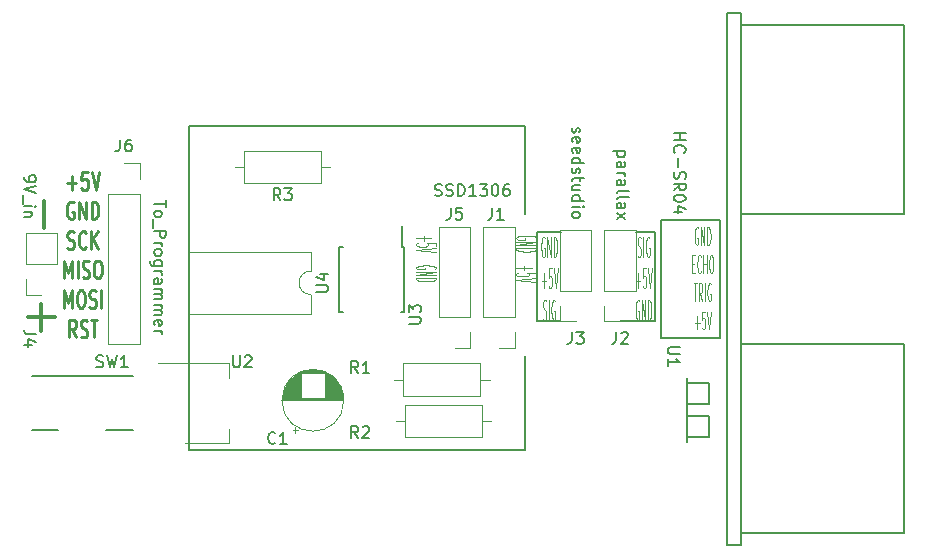
<source format=gbr>
%TF.GenerationSoftware,KiCad,Pcbnew,(5.1.9-0-10_14)*%
%TF.CreationDate,2021-08-17T09:45:53+08:00*%
%TF.ProjectId,arduino_oled_sonic,61726475-696e-46f5-9f6f-6c65645f736f,rev?*%
%TF.SameCoordinates,Original*%
%TF.FileFunction,Legend,Top*%
%TF.FilePolarity,Positive*%
%FSLAX46Y46*%
G04 Gerber Fmt 4.6, Leading zero omitted, Abs format (unit mm)*
G04 Created by KiCad (PCBNEW (5.1.9-0-10_14)) date 2021-08-17 09:45:53*
%MOMM*%
%LPD*%
G01*
G04 APERTURE LIST*
%ADD10C,0.150000*%
%ADD11C,0.125000*%
%ADD12C,0.300000*%
%ADD13C,0.250000*%
%ADD14C,0.120000*%
%ADD15C,0.127000*%
G04 APERTURE END LIST*
D10*
X162998000Y-104865000D02*
X162998000Y-112865000D01*
D11*
X154376571Y-94722142D02*
X154376571Y-95103095D01*
X153728952Y-94912619D02*
X155024190Y-94912619D01*
X155428952Y-95579285D02*
X155428952Y-95341190D01*
X154619428Y-95317380D01*
X154700380Y-95341190D01*
X154781333Y-95388809D01*
X154781333Y-95507857D01*
X154700380Y-95555476D01*
X154619428Y-95579285D01*
X154457523Y-95603095D01*
X154052761Y-95603095D01*
X153890857Y-95579285D01*
X153809904Y-95555476D01*
X153728952Y-95507857D01*
X153728952Y-95388809D01*
X153809904Y-95341190D01*
X153890857Y-95317380D01*
X155428952Y-95745952D02*
X153728952Y-95912619D01*
X155428952Y-96079285D01*
X155348000Y-97484047D02*
X155428952Y-97436428D01*
X155428952Y-97365000D01*
X155348000Y-97293571D01*
X155186095Y-97245952D01*
X155024190Y-97222142D01*
X154700380Y-97198333D01*
X154457523Y-97198333D01*
X154133714Y-97222142D01*
X153971809Y-97245952D01*
X153809904Y-97293571D01*
X153728952Y-97365000D01*
X153728952Y-97412619D01*
X153809904Y-97484047D01*
X153890857Y-97507857D01*
X154457523Y-97507857D01*
X154457523Y-97412619D01*
X153728952Y-97722142D02*
X155428952Y-97722142D01*
X153728952Y-98007857D01*
X155428952Y-98007857D01*
X153728952Y-98245952D02*
X155428952Y-98245952D01*
X155428952Y-98365000D01*
X155348000Y-98436428D01*
X155186095Y-98484047D01*
X155024190Y-98507857D01*
X154700380Y-98531666D01*
X154457523Y-98531666D01*
X154133714Y-98507857D01*
X153971809Y-98484047D01*
X153809904Y-98436428D01*
X153728952Y-98365000D01*
X153728952Y-98245952D01*
X162876571Y-97222142D02*
X162876571Y-97603095D01*
X162228952Y-97412619D02*
X163524190Y-97412619D01*
X163928952Y-98079285D02*
X163928952Y-97841190D01*
X163119428Y-97817380D01*
X163200380Y-97841190D01*
X163281333Y-97888809D01*
X163281333Y-98007857D01*
X163200380Y-98055476D01*
X163119428Y-98079285D01*
X162957523Y-98103095D01*
X162552761Y-98103095D01*
X162390857Y-98079285D01*
X162309904Y-98055476D01*
X162228952Y-98007857D01*
X162228952Y-97888809D01*
X162309904Y-97841190D01*
X162390857Y-97817380D01*
X163928952Y-98245952D02*
X162228952Y-98412619D01*
X163928952Y-98579285D01*
X163848000Y-94984047D02*
X163928952Y-94936428D01*
X163928952Y-94865000D01*
X163848000Y-94793571D01*
X163686095Y-94745952D01*
X163524190Y-94722142D01*
X163200380Y-94698333D01*
X162957523Y-94698333D01*
X162633714Y-94722142D01*
X162471809Y-94745952D01*
X162309904Y-94793571D01*
X162228952Y-94865000D01*
X162228952Y-94912619D01*
X162309904Y-94984047D01*
X162390857Y-95007857D01*
X162957523Y-95007857D01*
X162957523Y-94912619D01*
X162228952Y-95222142D02*
X163928952Y-95222142D01*
X162228952Y-95507857D01*
X163928952Y-95507857D01*
X162228952Y-95745952D02*
X163928952Y-95745952D01*
X163928952Y-95865000D01*
X163848000Y-95936428D01*
X163686095Y-95984047D01*
X163524190Y-96007857D01*
X163200380Y-96031666D01*
X162957523Y-96031666D01*
X162633714Y-96007857D01*
X162471809Y-95984047D01*
X162309904Y-95936428D01*
X162228952Y-95865000D01*
X162228952Y-95745952D01*
D10*
X174498000Y-103365000D02*
X174498000Y-93365000D01*
X179498000Y-103365000D02*
X174498000Y-103365000D01*
X179498000Y-93365000D02*
X179498000Y-103365000D01*
X174498000Y-93365000D02*
X179498000Y-93365000D01*
X163998000Y-101865000D02*
X165918000Y-101865000D01*
X163998000Y-94365000D02*
X163998000Y-101865000D01*
X165998000Y-94365000D02*
X163998000Y-94365000D01*
X173998000Y-94365000D02*
X172328000Y-94365000D01*
X173998000Y-101945000D02*
X173998000Y-94365000D01*
X170998000Y-101945000D02*
X173998000Y-101945000D01*
D11*
X164617047Y-94840000D02*
X164569428Y-94759047D01*
X164498000Y-94759047D01*
X164426571Y-94840000D01*
X164378952Y-95001904D01*
X164355142Y-95163809D01*
X164331333Y-95487619D01*
X164331333Y-95730476D01*
X164355142Y-96054285D01*
X164378952Y-96216190D01*
X164426571Y-96378095D01*
X164498000Y-96459047D01*
X164545619Y-96459047D01*
X164617047Y-96378095D01*
X164640857Y-96297142D01*
X164640857Y-95730476D01*
X164545619Y-95730476D01*
X164855142Y-96459047D02*
X164855142Y-94759047D01*
X165140857Y-96459047D01*
X165140857Y-94759047D01*
X165378952Y-96459047D02*
X165378952Y-94759047D01*
X165498000Y-94759047D01*
X165569428Y-94840000D01*
X165617047Y-95001904D01*
X165640857Y-95163809D01*
X165664666Y-95487619D01*
X165664666Y-95730476D01*
X165640857Y-96054285D01*
X165617047Y-96216190D01*
X165569428Y-96378095D01*
X165498000Y-96459047D01*
X165378952Y-96459047D01*
X164355142Y-98486428D02*
X164736095Y-98486428D01*
X164545619Y-99134047D02*
X164545619Y-97838809D01*
X165212285Y-97434047D02*
X164974190Y-97434047D01*
X164950380Y-98243571D01*
X164974190Y-98162619D01*
X165021809Y-98081666D01*
X165140857Y-98081666D01*
X165188476Y-98162619D01*
X165212285Y-98243571D01*
X165236095Y-98405476D01*
X165236095Y-98810238D01*
X165212285Y-98972142D01*
X165188476Y-99053095D01*
X165140857Y-99134047D01*
X165021809Y-99134047D01*
X164974190Y-99053095D01*
X164950380Y-98972142D01*
X165378952Y-97434047D02*
X165545619Y-99134047D01*
X165712285Y-97434047D01*
X164486095Y-101728095D02*
X164557523Y-101809047D01*
X164676571Y-101809047D01*
X164724190Y-101728095D01*
X164748000Y-101647142D01*
X164771809Y-101485238D01*
X164771809Y-101323333D01*
X164748000Y-101161428D01*
X164724190Y-101080476D01*
X164676571Y-100999523D01*
X164581333Y-100918571D01*
X164533714Y-100837619D01*
X164509904Y-100756666D01*
X164486095Y-100594761D01*
X164486095Y-100432857D01*
X164509904Y-100270952D01*
X164533714Y-100190000D01*
X164581333Y-100109047D01*
X164700380Y-100109047D01*
X164771809Y-100190000D01*
X164986095Y-101809047D02*
X164986095Y-100109047D01*
X165486095Y-100190000D02*
X165438476Y-100109047D01*
X165367047Y-100109047D01*
X165295619Y-100190000D01*
X165248000Y-100351904D01*
X165224190Y-100513809D01*
X165200380Y-100837619D01*
X165200380Y-101080476D01*
X165224190Y-101404285D01*
X165248000Y-101566190D01*
X165295619Y-101728095D01*
X165367047Y-101809047D01*
X165414666Y-101809047D01*
X165486095Y-101728095D01*
X165509904Y-101647142D01*
X165509904Y-101080476D01*
X165414666Y-101080476D01*
X172486095Y-96378095D02*
X172557523Y-96459047D01*
X172676571Y-96459047D01*
X172724190Y-96378095D01*
X172748000Y-96297142D01*
X172771809Y-96135238D01*
X172771809Y-95973333D01*
X172748000Y-95811428D01*
X172724190Y-95730476D01*
X172676571Y-95649523D01*
X172581333Y-95568571D01*
X172533714Y-95487619D01*
X172509904Y-95406666D01*
X172486095Y-95244761D01*
X172486095Y-95082857D01*
X172509904Y-94920952D01*
X172533714Y-94840000D01*
X172581333Y-94759047D01*
X172700380Y-94759047D01*
X172771809Y-94840000D01*
X172986095Y-96459047D02*
X172986095Y-94759047D01*
X173486095Y-94840000D02*
X173438476Y-94759047D01*
X173367047Y-94759047D01*
X173295619Y-94840000D01*
X173248000Y-95001904D01*
X173224190Y-95163809D01*
X173200380Y-95487619D01*
X173200380Y-95730476D01*
X173224190Y-96054285D01*
X173248000Y-96216190D01*
X173295619Y-96378095D01*
X173367047Y-96459047D01*
X173414666Y-96459047D01*
X173486095Y-96378095D01*
X173509904Y-96297142D01*
X173509904Y-95730476D01*
X173414666Y-95730476D01*
X172355142Y-98486428D02*
X172736095Y-98486428D01*
X172545619Y-99134047D02*
X172545619Y-97838809D01*
X173212285Y-97434047D02*
X172974190Y-97434047D01*
X172950380Y-98243571D01*
X172974190Y-98162619D01*
X173021809Y-98081666D01*
X173140857Y-98081666D01*
X173188476Y-98162619D01*
X173212285Y-98243571D01*
X173236095Y-98405476D01*
X173236095Y-98810238D01*
X173212285Y-98972142D01*
X173188476Y-99053095D01*
X173140857Y-99134047D01*
X173021809Y-99134047D01*
X172974190Y-99053095D01*
X172950380Y-98972142D01*
X173378952Y-97434047D02*
X173545619Y-99134047D01*
X173712285Y-97434047D01*
X172617047Y-100190000D02*
X172569428Y-100109047D01*
X172498000Y-100109047D01*
X172426571Y-100190000D01*
X172378952Y-100351904D01*
X172355142Y-100513809D01*
X172331333Y-100837619D01*
X172331333Y-101080476D01*
X172355142Y-101404285D01*
X172378952Y-101566190D01*
X172426571Y-101728095D01*
X172498000Y-101809047D01*
X172545619Y-101809047D01*
X172617047Y-101728095D01*
X172640857Y-101647142D01*
X172640857Y-101080476D01*
X172545619Y-101080476D01*
X172855142Y-101809047D02*
X172855142Y-100109047D01*
X173140857Y-101809047D01*
X173140857Y-100109047D01*
X173378952Y-101809047D02*
X173378952Y-100109047D01*
X173498000Y-100109047D01*
X173569428Y-100190000D01*
X173617047Y-100351904D01*
X173640857Y-100513809D01*
X173664666Y-100837619D01*
X173664666Y-101080476D01*
X173640857Y-101404285D01*
X173617047Y-101566190D01*
X173569428Y-101728095D01*
X173498000Y-101809047D01*
X173378952Y-101809047D01*
X177617047Y-94052500D02*
X177569428Y-93981071D01*
X177498000Y-93981071D01*
X177426571Y-94052500D01*
X177378952Y-94195357D01*
X177355142Y-94338214D01*
X177331333Y-94623928D01*
X177331333Y-94838214D01*
X177355142Y-95123928D01*
X177378952Y-95266785D01*
X177426571Y-95409642D01*
X177498000Y-95481071D01*
X177545619Y-95481071D01*
X177617047Y-95409642D01*
X177640857Y-95338214D01*
X177640857Y-94838214D01*
X177545619Y-94838214D01*
X177855142Y-95481071D02*
X177855142Y-93981071D01*
X178140857Y-95481071D01*
X178140857Y-93981071D01*
X178378952Y-95481071D02*
X178378952Y-93981071D01*
X178498000Y-93981071D01*
X178569428Y-94052500D01*
X178617047Y-94195357D01*
X178640857Y-94338214D01*
X178664666Y-94623928D01*
X178664666Y-94838214D01*
X178640857Y-95123928D01*
X178617047Y-95266785D01*
X178569428Y-95409642D01*
X178498000Y-95481071D01*
X178378952Y-95481071D01*
X177117047Y-97070357D02*
X177283714Y-97070357D01*
X177355142Y-97856071D02*
X177117047Y-97856071D01*
X177117047Y-96356071D01*
X177355142Y-96356071D01*
X177855142Y-97713214D02*
X177831333Y-97784642D01*
X177759904Y-97856071D01*
X177712285Y-97856071D01*
X177640857Y-97784642D01*
X177593238Y-97641785D01*
X177569428Y-97498928D01*
X177545619Y-97213214D01*
X177545619Y-96998928D01*
X177569428Y-96713214D01*
X177593238Y-96570357D01*
X177640857Y-96427500D01*
X177712285Y-96356071D01*
X177759904Y-96356071D01*
X177831333Y-96427500D01*
X177855142Y-96498928D01*
X178069428Y-97856071D02*
X178069428Y-96356071D01*
X178069428Y-97070357D02*
X178355142Y-97070357D01*
X178355142Y-97856071D02*
X178355142Y-96356071D01*
X178688476Y-96356071D02*
X178783714Y-96356071D01*
X178831333Y-96427500D01*
X178878952Y-96570357D01*
X178902761Y-96856071D01*
X178902761Y-97356071D01*
X178878952Y-97641785D01*
X178831333Y-97784642D01*
X178783714Y-97856071D01*
X178688476Y-97856071D01*
X178640857Y-97784642D01*
X178593238Y-97641785D01*
X178569428Y-97356071D01*
X178569428Y-96856071D01*
X178593238Y-96570357D01*
X178640857Y-96427500D01*
X178688476Y-96356071D01*
X177236095Y-98731071D02*
X177521809Y-98731071D01*
X177378952Y-100231071D02*
X177378952Y-98731071D01*
X177974190Y-100231071D02*
X177807523Y-99516785D01*
X177688476Y-100231071D02*
X177688476Y-98731071D01*
X177878952Y-98731071D01*
X177926571Y-98802500D01*
X177950380Y-98873928D01*
X177974190Y-99016785D01*
X177974190Y-99231071D01*
X177950380Y-99373928D01*
X177926571Y-99445357D01*
X177878952Y-99516785D01*
X177688476Y-99516785D01*
X178188476Y-100231071D02*
X178188476Y-98731071D01*
X178688476Y-98802500D02*
X178640857Y-98731071D01*
X178569428Y-98731071D01*
X178498000Y-98802500D01*
X178450380Y-98945357D01*
X178426571Y-99088214D01*
X178402761Y-99373928D01*
X178402761Y-99588214D01*
X178426571Y-99873928D01*
X178450380Y-100016785D01*
X178498000Y-100159642D01*
X178569428Y-100231071D01*
X178617047Y-100231071D01*
X178688476Y-100159642D01*
X178712285Y-100088214D01*
X178712285Y-99588214D01*
X178617047Y-99588214D01*
X177355142Y-102034642D02*
X177736095Y-102034642D01*
X177545619Y-102606071D02*
X177545619Y-101463214D01*
X178212285Y-101106071D02*
X177974190Y-101106071D01*
X177950380Y-101820357D01*
X177974190Y-101748928D01*
X178021809Y-101677500D01*
X178140857Y-101677500D01*
X178188476Y-101748928D01*
X178212285Y-101820357D01*
X178236095Y-101963214D01*
X178236095Y-102320357D01*
X178212285Y-102463214D01*
X178188476Y-102534642D01*
X178140857Y-102606071D01*
X178021809Y-102606071D01*
X177974190Y-102534642D01*
X177950380Y-102463214D01*
X178378952Y-101106071D02*
X178545619Y-102606071D01*
X178712285Y-101106071D01*
D12*
X122212285Y-94007857D02*
X122212285Y-91722142D01*
X120855142Y-101579285D02*
X123140857Y-101579285D01*
X121998000Y-102722142D02*
X121998000Y-100436428D01*
D13*
X124212285Y-90222142D02*
X124974190Y-90222142D01*
X124593238Y-90793571D02*
X124593238Y-89650714D01*
X125926571Y-89293571D02*
X125450380Y-89293571D01*
X125402761Y-90007857D01*
X125450380Y-89936428D01*
X125545619Y-89865000D01*
X125783714Y-89865000D01*
X125878952Y-89936428D01*
X125926571Y-90007857D01*
X125974190Y-90150714D01*
X125974190Y-90507857D01*
X125926571Y-90650714D01*
X125878952Y-90722142D01*
X125783714Y-90793571D01*
X125545619Y-90793571D01*
X125450380Y-90722142D01*
X125402761Y-90650714D01*
X126259904Y-89293571D02*
X126593238Y-90793571D01*
X126926571Y-89293571D01*
X124736095Y-91865000D02*
X124640857Y-91793571D01*
X124498000Y-91793571D01*
X124355142Y-91865000D01*
X124259904Y-92007857D01*
X124212285Y-92150714D01*
X124164666Y-92436428D01*
X124164666Y-92650714D01*
X124212285Y-92936428D01*
X124259904Y-93079285D01*
X124355142Y-93222142D01*
X124498000Y-93293571D01*
X124593238Y-93293571D01*
X124736095Y-93222142D01*
X124783714Y-93150714D01*
X124783714Y-92650714D01*
X124593238Y-92650714D01*
X125212285Y-93293571D02*
X125212285Y-91793571D01*
X125783714Y-93293571D01*
X125783714Y-91793571D01*
X126259904Y-93293571D02*
X126259904Y-91793571D01*
X126498000Y-91793571D01*
X126640857Y-91865000D01*
X126736095Y-92007857D01*
X126783714Y-92150714D01*
X126831333Y-92436428D01*
X126831333Y-92650714D01*
X126783714Y-92936428D01*
X126736095Y-93079285D01*
X126640857Y-93222142D01*
X126498000Y-93293571D01*
X126259904Y-93293571D01*
X124212285Y-95722142D02*
X124355142Y-95793571D01*
X124593238Y-95793571D01*
X124688476Y-95722142D01*
X124736095Y-95650714D01*
X124783714Y-95507857D01*
X124783714Y-95365000D01*
X124736095Y-95222142D01*
X124688476Y-95150714D01*
X124593238Y-95079285D01*
X124402761Y-95007857D01*
X124307523Y-94936428D01*
X124259904Y-94865000D01*
X124212285Y-94722142D01*
X124212285Y-94579285D01*
X124259904Y-94436428D01*
X124307523Y-94365000D01*
X124402761Y-94293571D01*
X124640857Y-94293571D01*
X124783714Y-94365000D01*
X125783714Y-95650714D02*
X125736095Y-95722142D01*
X125593238Y-95793571D01*
X125498000Y-95793571D01*
X125355142Y-95722142D01*
X125259904Y-95579285D01*
X125212285Y-95436428D01*
X125164666Y-95150714D01*
X125164666Y-94936428D01*
X125212285Y-94650714D01*
X125259904Y-94507857D01*
X125355142Y-94365000D01*
X125498000Y-94293571D01*
X125593238Y-94293571D01*
X125736095Y-94365000D01*
X125783714Y-94436428D01*
X126212285Y-95793571D02*
X126212285Y-94293571D01*
X126783714Y-95793571D02*
X126355142Y-94936428D01*
X126783714Y-94293571D02*
X126212285Y-95150714D01*
X123926571Y-98293571D02*
X123926571Y-96793571D01*
X124259904Y-97865000D01*
X124593238Y-96793571D01*
X124593238Y-98293571D01*
X125069428Y-98293571D02*
X125069428Y-96793571D01*
X125498000Y-98222142D02*
X125640857Y-98293571D01*
X125878952Y-98293571D01*
X125974190Y-98222142D01*
X126021809Y-98150714D01*
X126069428Y-98007857D01*
X126069428Y-97865000D01*
X126021809Y-97722142D01*
X125974190Y-97650714D01*
X125878952Y-97579285D01*
X125688476Y-97507857D01*
X125593238Y-97436428D01*
X125545619Y-97365000D01*
X125498000Y-97222142D01*
X125498000Y-97079285D01*
X125545619Y-96936428D01*
X125593238Y-96865000D01*
X125688476Y-96793571D01*
X125926571Y-96793571D01*
X126069428Y-96865000D01*
X126688476Y-96793571D02*
X126878952Y-96793571D01*
X126974190Y-96865000D01*
X127069428Y-97007857D01*
X127117047Y-97293571D01*
X127117047Y-97793571D01*
X127069428Y-98079285D01*
X126974190Y-98222142D01*
X126878952Y-98293571D01*
X126688476Y-98293571D01*
X126593238Y-98222142D01*
X126498000Y-98079285D01*
X126450380Y-97793571D01*
X126450380Y-97293571D01*
X126498000Y-97007857D01*
X126593238Y-96865000D01*
X126688476Y-96793571D01*
X123926571Y-100793571D02*
X123926571Y-99293571D01*
X124259904Y-100365000D01*
X124593238Y-99293571D01*
X124593238Y-100793571D01*
X125259904Y-99293571D02*
X125450380Y-99293571D01*
X125545619Y-99365000D01*
X125640857Y-99507857D01*
X125688476Y-99793571D01*
X125688476Y-100293571D01*
X125640857Y-100579285D01*
X125545619Y-100722142D01*
X125450380Y-100793571D01*
X125259904Y-100793571D01*
X125164666Y-100722142D01*
X125069428Y-100579285D01*
X125021809Y-100293571D01*
X125021809Y-99793571D01*
X125069428Y-99507857D01*
X125164666Y-99365000D01*
X125259904Y-99293571D01*
X126069428Y-100722142D02*
X126212285Y-100793571D01*
X126450380Y-100793571D01*
X126545619Y-100722142D01*
X126593238Y-100650714D01*
X126640857Y-100507857D01*
X126640857Y-100365000D01*
X126593238Y-100222142D01*
X126545619Y-100150714D01*
X126450380Y-100079285D01*
X126259904Y-100007857D01*
X126164666Y-99936428D01*
X126117047Y-99865000D01*
X126069428Y-99722142D01*
X126069428Y-99579285D01*
X126117047Y-99436428D01*
X126164666Y-99365000D01*
X126259904Y-99293571D01*
X126498000Y-99293571D01*
X126640857Y-99365000D01*
X127069428Y-100793571D02*
X127069428Y-99293571D01*
X124950380Y-103293571D02*
X124617047Y-102579285D01*
X124378952Y-103293571D02*
X124378952Y-101793571D01*
X124759904Y-101793571D01*
X124855142Y-101865000D01*
X124902761Y-101936428D01*
X124950380Y-102079285D01*
X124950380Y-102293571D01*
X124902761Y-102436428D01*
X124855142Y-102507857D01*
X124759904Y-102579285D01*
X124378952Y-102579285D01*
X125331333Y-103222142D02*
X125474190Y-103293571D01*
X125712285Y-103293571D01*
X125807523Y-103222142D01*
X125855142Y-103150714D01*
X125902761Y-103007857D01*
X125902761Y-102865000D01*
X125855142Y-102722142D01*
X125807523Y-102650714D01*
X125712285Y-102579285D01*
X125521809Y-102507857D01*
X125426571Y-102436428D01*
X125378952Y-102365000D01*
X125331333Y-102222142D01*
X125331333Y-102079285D01*
X125378952Y-101936428D01*
X125426571Y-101865000D01*
X125521809Y-101793571D01*
X125759904Y-101793571D01*
X125902761Y-101865000D01*
X126188476Y-101793571D02*
X126759904Y-101793571D01*
X126474190Y-103293571D02*
X126474190Y-101793571D01*
D10*
X134498000Y-112865000D02*
X134498000Y-85365000D01*
X162998000Y-112865000D02*
X134498000Y-112865000D01*
X162998000Y-85365000D02*
X134498000Y-85365000D01*
X162998000Y-85365000D02*
X162998000Y-92865000D01*
X178498000Y-107165000D02*
X176698000Y-107165000D01*
X178498000Y-108965000D02*
X178498000Y-107165000D01*
X176698000Y-108965000D02*
X178498000Y-108965000D01*
X178498000Y-109965000D02*
X176698000Y-109965000D01*
X178498000Y-111765000D02*
X178498000Y-109965000D01*
X176698000Y-111765000D02*
X178498000Y-111765000D01*
X176698000Y-106765000D02*
X176698000Y-112165000D01*
D14*
%TO.C,R3*%
X145688000Y-90235000D02*
X145688000Y-87495000D01*
X145688000Y-87495000D02*
X139148000Y-87495000D01*
X139148000Y-87495000D02*
X139148000Y-90235000D01*
X139148000Y-90235000D02*
X145688000Y-90235000D01*
X146458000Y-88865000D02*
X145688000Y-88865000D01*
X138378000Y-88865000D02*
X139148000Y-88865000D01*
%TO.C,R2*%
X152808000Y-108995000D02*
X152808000Y-111735000D01*
X152808000Y-111735000D02*
X159348000Y-111735000D01*
X159348000Y-111735000D02*
X159348000Y-108995000D01*
X159348000Y-108995000D02*
X152808000Y-108995000D01*
X152038000Y-110365000D02*
X152808000Y-110365000D01*
X160118000Y-110365000D02*
X159348000Y-110365000D01*
%TO.C,R1*%
X159188000Y-108235000D02*
X159188000Y-105495000D01*
X159188000Y-105495000D02*
X152648000Y-105495000D01*
X152648000Y-105495000D02*
X152648000Y-108235000D01*
X152648000Y-108235000D02*
X159188000Y-108235000D01*
X159958000Y-106865000D02*
X159188000Y-106865000D01*
X151878000Y-106865000D02*
X152648000Y-106865000D01*
D10*
%TO.C,SW1*%
X121198000Y-106565000D02*
X129798000Y-106565000D01*
X121198000Y-111165000D02*
X123398000Y-111165000D01*
X127498000Y-111165000D02*
X129798000Y-111165000D01*
D14*
%TO.C,U4*%
X144828000Y-97675000D02*
X144828000Y-96025000D01*
X144828000Y-96025000D02*
X134548000Y-96025000D01*
X134548000Y-96025000D02*
X134548000Y-101325000D01*
X134548000Y-101325000D02*
X144828000Y-101325000D01*
X144828000Y-101325000D02*
X144828000Y-99675000D01*
X144828000Y-99675000D02*
G75*
G02*
X144828000Y-97675000I0J1000000D01*
G01*
D10*
%TO.C,U3*%
X152753000Y-95615000D02*
X152548000Y-95615000D01*
X152753000Y-101115000D02*
X152453000Y-101115000D01*
X147243000Y-101115000D02*
X147543000Y-101115000D01*
X147243000Y-95615000D02*
X147543000Y-95615000D01*
X152753000Y-95615000D02*
X152753000Y-101115000D01*
X147243000Y-95615000D02*
X147243000Y-101115000D01*
X152548000Y-95615000D02*
X152548000Y-93865000D01*
D14*
%TO.C,U2*%
X137908000Y-112275000D02*
X137908000Y-111015000D01*
X137908000Y-105455000D02*
X137908000Y-106715000D01*
X134148000Y-112275000D02*
X137908000Y-112275000D01*
X131898000Y-105455000D02*
X137908000Y-105455000D01*
%TO.C,J6*%
X127668000Y-91135000D02*
X130328000Y-91135000D01*
X127668000Y-91135000D02*
X127668000Y-103895000D01*
X127668000Y-103895000D02*
X130328000Y-103895000D01*
X130328000Y-91135000D02*
X130328000Y-103895000D01*
X130328000Y-88535000D02*
X130328000Y-89865000D01*
X128998000Y-88535000D02*
X130328000Y-88535000D01*
%TO.C,J5*%
X158328000Y-93915000D02*
X155668000Y-93915000D01*
X158328000Y-101595000D02*
X158328000Y-93915000D01*
X155668000Y-101595000D02*
X155668000Y-93915000D01*
X158328000Y-101595000D02*
X155668000Y-101595000D01*
X158328000Y-102865000D02*
X158328000Y-104195000D01*
X158328000Y-104195000D02*
X156998000Y-104195000D01*
%TO.C,J4*%
X123328000Y-97095000D02*
X120668000Y-97095000D01*
X123328000Y-97095000D02*
X123328000Y-94495000D01*
X123328000Y-94495000D02*
X120668000Y-94495000D01*
X120668000Y-97095000D02*
X120668000Y-94495000D01*
X120668000Y-99695000D02*
X120668000Y-98365000D01*
X121998000Y-99695000D02*
X120668000Y-99695000D01*
%TO.C,C1*%
X147618000Y-108615000D02*
G75*
G03*
X147618000Y-108615000I-2620000J0D01*
G01*
X142418000Y-108615000D02*
X147578000Y-108615000D01*
X142418000Y-108575000D02*
X147578000Y-108575000D01*
X142419000Y-108535000D02*
X147577000Y-108535000D01*
X142420000Y-108495000D02*
X147576000Y-108495000D01*
X142422000Y-108455000D02*
X147574000Y-108455000D01*
X142425000Y-108415000D02*
X147571000Y-108415000D01*
X142429000Y-108375000D02*
X143958000Y-108375000D01*
X146038000Y-108375000D02*
X147567000Y-108375000D01*
X142433000Y-108335000D02*
X143958000Y-108335000D01*
X146038000Y-108335000D02*
X147563000Y-108335000D01*
X142437000Y-108295000D02*
X143958000Y-108295000D01*
X146038000Y-108295000D02*
X147559000Y-108295000D01*
X142442000Y-108255000D02*
X143958000Y-108255000D01*
X146038000Y-108255000D02*
X147554000Y-108255000D01*
X142448000Y-108215000D02*
X143958000Y-108215000D01*
X146038000Y-108215000D02*
X147548000Y-108215000D01*
X142455000Y-108175000D02*
X143958000Y-108175000D01*
X146038000Y-108175000D02*
X147541000Y-108175000D01*
X142462000Y-108135000D02*
X143958000Y-108135000D01*
X146038000Y-108135000D02*
X147534000Y-108135000D01*
X142470000Y-108095000D02*
X143958000Y-108095000D01*
X146038000Y-108095000D02*
X147526000Y-108095000D01*
X142478000Y-108055000D02*
X143958000Y-108055000D01*
X146038000Y-108055000D02*
X147518000Y-108055000D01*
X142487000Y-108015000D02*
X143958000Y-108015000D01*
X146038000Y-108015000D02*
X147509000Y-108015000D01*
X142497000Y-107975000D02*
X143958000Y-107975000D01*
X146038000Y-107975000D02*
X147499000Y-107975000D01*
X142507000Y-107935000D02*
X143958000Y-107935000D01*
X146038000Y-107935000D02*
X147489000Y-107935000D01*
X142518000Y-107894000D02*
X143958000Y-107894000D01*
X146038000Y-107894000D02*
X147478000Y-107894000D01*
X142530000Y-107854000D02*
X143958000Y-107854000D01*
X146038000Y-107854000D02*
X147466000Y-107854000D01*
X142543000Y-107814000D02*
X143958000Y-107814000D01*
X146038000Y-107814000D02*
X147453000Y-107814000D01*
X142556000Y-107774000D02*
X143958000Y-107774000D01*
X146038000Y-107774000D02*
X147440000Y-107774000D01*
X142570000Y-107734000D02*
X143958000Y-107734000D01*
X146038000Y-107734000D02*
X147426000Y-107734000D01*
X142584000Y-107694000D02*
X143958000Y-107694000D01*
X146038000Y-107694000D02*
X147412000Y-107694000D01*
X142600000Y-107654000D02*
X143958000Y-107654000D01*
X146038000Y-107654000D02*
X147396000Y-107654000D01*
X142616000Y-107614000D02*
X143958000Y-107614000D01*
X146038000Y-107614000D02*
X147380000Y-107614000D01*
X142633000Y-107574000D02*
X143958000Y-107574000D01*
X146038000Y-107574000D02*
X147363000Y-107574000D01*
X142650000Y-107534000D02*
X143958000Y-107534000D01*
X146038000Y-107534000D02*
X147346000Y-107534000D01*
X142669000Y-107494000D02*
X143958000Y-107494000D01*
X146038000Y-107494000D02*
X147327000Y-107494000D01*
X142688000Y-107454000D02*
X143958000Y-107454000D01*
X146038000Y-107454000D02*
X147308000Y-107454000D01*
X142708000Y-107414000D02*
X143958000Y-107414000D01*
X146038000Y-107414000D02*
X147288000Y-107414000D01*
X142730000Y-107374000D02*
X143958000Y-107374000D01*
X146038000Y-107374000D02*
X147266000Y-107374000D01*
X142751000Y-107334000D02*
X143958000Y-107334000D01*
X146038000Y-107334000D02*
X147245000Y-107334000D01*
X142774000Y-107294000D02*
X143958000Y-107294000D01*
X146038000Y-107294000D02*
X147222000Y-107294000D01*
X142798000Y-107254000D02*
X143958000Y-107254000D01*
X146038000Y-107254000D02*
X147198000Y-107254000D01*
X142823000Y-107214000D02*
X143958000Y-107214000D01*
X146038000Y-107214000D02*
X147173000Y-107214000D01*
X142849000Y-107174000D02*
X143958000Y-107174000D01*
X146038000Y-107174000D02*
X147147000Y-107174000D01*
X142876000Y-107134000D02*
X143958000Y-107134000D01*
X146038000Y-107134000D02*
X147120000Y-107134000D01*
X142903000Y-107094000D02*
X143958000Y-107094000D01*
X146038000Y-107094000D02*
X147093000Y-107094000D01*
X142933000Y-107054000D02*
X143958000Y-107054000D01*
X146038000Y-107054000D02*
X147063000Y-107054000D01*
X142963000Y-107014000D02*
X143958000Y-107014000D01*
X146038000Y-107014000D02*
X147033000Y-107014000D01*
X142994000Y-106974000D02*
X143958000Y-106974000D01*
X146038000Y-106974000D02*
X147002000Y-106974000D01*
X143027000Y-106934000D02*
X143958000Y-106934000D01*
X146038000Y-106934000D02*
X146969000Y-106934000D01*
X143061000Y-106894000D02*
X143958000Y-106894000D01*
X146038000Y-106894000D02*
X146935000Y-106894000D01*
X143097000Y-106854000D02*
X143958000Y-106854000D01*
X146038000Y-106854000D02*
X146899000Y-106854000D01*
X143134000Y-106814000D02*
X143958000Y-106814000D01*
X146038000Y-106814000D02*
X146862000Y-106814000D01*
X143172000Y-106774000D02*
X143958000Y-106774000D01*
X146038000Y-106774000D02*
X146824000Y-106774000D01*
X143213000Y-106734000D02*
X143958000Y-106734000D01*
X146038000Y-106734000D02*
X146783000Y-106734000D01*
X143255000Y-106694000D02*
X143958000Y-106694000D01*
X146038000Y-106694000D02*
X146741000Y-106694000D01*
X143299000Y-106654000D02*
X143958000Y-106654000D01*
X146038000Y-106654000D02*
X146697000Y-106654000D01*
X143345000Y-106614000D02*
X143958000Y-106614000D01*
X146038000Y-106614000D02*
X146651000Y-106614000D01*
X143393000Y-106574000D02*
X143958000Y-106574000D01*
X146038000Y-106574000D02*
X146603000Y-106574000D01*
X143444000Y-106534000D02*
X143958000Y-106534000D01*
X146038000Y-106534000D02*
X146552000Y-106534000D01*
X143498000Y-106494000D02*
X143958000Y-106494000D01*
X146038000Y-106494000D02*
X146498000Y-106494000D01*
X143555000Y-106454000D02*
X143958000Y-106454000D01*
X146038000Y-106454000D02*
X146441000Y-106454000D01*
X143615000Y-106414000D02*
X143958000Y-106414000D01*
X146038000Y-106414000D02*
X146381000Y-106414000D01*
X143679000Y-106374000D02*
X143958000Y-106374000D01*
X146038000Y-106374000D02*
X146317000Y-106374000D01*
X143747000Y-106334000D02*
X143958000Y-106334000D01*
X146038000Y-106334000D02*
X146249000Y-106334000D01*
X143820000Y-106294000D02*
X146176000Y-106294000D01*
X143900000Y-106254000D02*
X146096000Y-106254000D01*
X143987000Y-106214000D02*
X146009000Y-106214000D01*
X144083000Y-106174000D02*
X145913000Y-106174000D01*
X144193000Y-106134000D02*
X145803000Y-106134000D01*
X144321000Y-106094000D02*
X145675000Y-106094000D01*
X144480000Y-106054000D02*
X145516000Y-106054000D01*
X144714000Y-106014000D02*
X145282000Y-106014000D01*
X143523000Y-111419775D02*
X143523000Y-110919775D01*
X143273000Y-111169775D02*
X143773000Y-111169775D01*
%TO.C,J3*%
X167248000Y-101945000D02*
X165918000Y-101945000D01*
X165918000Y-101945000D02*
X165918000Y-100615000D01*
X165918000Y-99345000D02*
X165918000Y-94205000D01*
X168578000Y-94205000D02*
X165918000Y-94205000D01*
X168578000Y-99345000D02*
X168578000Y-94205000D01*
X168578000Y-99345000D02*
X165918000Y-99345000D01*
%TO.C,J2*%
X170998000Y-101945000D02*
X169668000Y-101945000D01*
X169668000Y-101945000D02*
X169668000Y-100615000D01*
X169668000Y-99345000D02*
X169668000Y-94205000D01*
X172328000Y-94205000D02*
X169668000Y-94205000D01*
X172328000Y-99345000D02*
X172328000Y-94205000D01*
X172328000Y-99345000D02*
X169668000Y-99345000D01*
%TO.C,J1*%
X162078000Y-104195000D02*
X160748000Y-104195000D01*
X162078000Y-102865000D02*
X162078000Y-104195000D01*
X162078000Y-101595000D02*
X159418000Y-101595000D01*
X159418000Y-101595000D02*
X159418000Y-93915000D01*
X162078000Y-101595000D02*
X162078000Y-93915000D01*
X162078000Y-93915000D02*
X159418000Y-93915000D01*
D15*
%TO.C,U1*%
X181218000Y-92865000D02*
X195018000Y-92865000D01*
X181218000Y-103865000D02*
X195018000Y-103865000D01*
X181218000Y-76865000D02*
X195018000Y-76865000D01*
X181218000Y-119865000D02*
X195018000Y-119865000D01*
X180018000Y-75865000D02*
X181218000Y-75865000D01*
X180018000Y-120865000D02*
X180018000Y-75865000D01*
X181218000Y-120865000D02*
X180018000Y-120865000D01*
X181218000Y-119865000D02*
X181218000Y-120865000D01*
X181218000Y-103865000D02*
X181218000Y-119865000D01*
X181218000Y-92865000D02*
X181218000Y-103865000D01*
X181218000Y-76865000D02*
X181218000Y-92865000D01*
X181218000Y-75865000D02*
X181218000Y-76865000D01*
X195018000Y-92865000D02*
X195018000Y-76865000D01*
X195018000Y-119865000D02*
X195018000Y-103865000D01*
%TO.C,R3*%
D10*
X142251333Y-91687380D02*
X141918000Y-91211190D01*
X141679904Y-91687380D02*
X141679904Y-90687380D01*
X142060857Y-90687380D01*
X142156095Y-90735000D01*
X142203714Y-90782619D01*
X142251333Y-90877857D01*
X142251333Y-91020714D01*
X142203714Y-91115952D01*
X142156095Y-91163571D01*
X142060857Y-91211190D01*
X141679904Y-91211190D01*
X142584666Y-90687380D02*
X143203714Y-90687380D01*
X142870380Y-91068333D01*
X143013238Y-91068333D01*
X143108476Y-91115952D01*
X143156095Y-91163571D01*
X143203714Y-91258809D01*
X143203714Y-91496904D01*
X143156095Y-91592142D01*
X143108476Y-91639761D01*
X143013238Y-91687380D01*
X142727523Y-91687380D01*
X142632285Y-91639761D01*
X142584666Y-91592142D01*
%TO.C,R2*%
X148831333Y-111817380D02*
X148498000Y-111341190D01*
X148259904Y-111817380D02*
X148259904Y-110817380D01*
X148640857Y-110817380D01*
X148736095Y-110865000D01*
X148783714Y-110912619D01*
X148831333Y-111007857D01*
X148831333Y-111150714D01*
X148783714Y-111245952D01*
X148736095Y-111293571D01*
X148640857Y-111341190D01*
X148259904Y-111341190D01*
X149212285Y-110912619D02*
X149259904Y-110865000D01*
X149355142Y-110817380D01*
X149593238Y-110817380D01*
X149688476Y-110865000D01*
X149736095Y-110912619D01*
X149783714Y-111007857D01*
X149783714Y-111103095D01*
X149736095Y-111245952D01*
X149164666Y-111817380D01*
X149783714Y-111817380D01*
%TO.C,R1*%
X148831333Y-106317380D02*
X148498000Y-105841190D01*
X148259904Y-106317380D02*
X148259904Y-105317380D01*
X148640857Y-105317380D01*
X148736095Y-105365000D01*
X148783714Y-105412619D01*
X148831333Y-105507857D01*
X148831333Y-105650714D01*
X148783714Y-105745952D01*
X148736095Y-105793571D01*
X148640857Y-105841190D01*
X148259904Y-105841190D01*
X149783714Y-106317380D02*
X149212285Y-106317380D01*
X149498000Y-106317380D02*
X149498000Y-105317380D01*
X149402761Y-105460238D01*
X149307523Y-105555476D01*
X149212285Y-105603095D01*
%TO.C,SW1*%
X126664666Y-105769761D02*
X126807523Y-105817380D01*
X127045619Y-105817380D01*
X127140857Y-105769761D01*
X127188476Y-105722142D01*
X127236095Y-105626904D01*
X127236095Y-105531666D01*
X127188476Y-105436428D01*
X127140857Y-105388809D01*
X127045619Y-105341190D01*
X126855142Y-105293571D01*
X126759904Y-105245952D01*
X126712285Y-105198333D01*
X126664666Y-105103095D01*
X126664666Y-105007857D01*
X126712285Y-104912619D01*
X126759904Y-104865000D01*
X126855142Y-104817380D01*
X127093238Y-104817380D01*
X127236095Y-104865000D01*
X127569428Y-104817380D02*
X127807523Y-105817380D01*
X127998000Y-105103095D01*
X128188476Y-105817380D01*
X128426571Y-104817380D01*
X129331333Y-105817380D02*
X128759904Y-105817380D01*
X129045619Y-105817380D02*
X129045619Y-104817380D01*
X128950380Y-104960238D01*
X128855142Y-105055476D01*
X128759904Y-105103095D01*
%TO.C,U4*%
X145280380Y-99436904D02*
X146089904Y-99436904D01*
X146185142Y-99389285D01*
X146232761Y-99341666D01*
X146280380Y-99246428D01*
X146280380Y-99055952D01*
X146232761Y-98960714D01*
X146185142Y-98913095D01*
X146089904Y-98865476D01*
X145280380Y-98865476D01*
X145613714Y-97960714D02*
X146280380Y-97960714D01*
X145232761Y-98198809D02*
X145947047Y-98436904D01*
X145947047Y-97817857D01*
%TO.C,U3*%
X153130380Y-102126904D02*
X153939904Y-102126904D01*
X154035142Y-102079285D01*
X154082761Y-102031666D01*
X154130380Y-101936428D01*
X154130380Y-101745952D01*
X154082761Y-101650714D01*
X154035142Y-101603095D01*
X153939904Y-101555476D01*
X153130380Y-101555476D01*
X153130380Y-101174523D02*
X153130380Y-100555476D01*
X153511333Y-100888809D01*
X153511333Y-100745952D01*
X153558952Y-100650714D01*
X153606571Y-100603095D01*
X153701809Y-100555476D01*
X153939904Y-100555476D01*
X154035142Y-100603095D01*
X154082761Y-100650714D01*
X154130380Y-100745952D01*
X154130380Y-101031666D01*
X154082761Y-101126904D01*
X154035142Y-101174523D01*
%TO.C,U2*%
X138236095Y-104817380D02*
X138236095Y-105626904D01*
X138283714Y-105722142D01*
X138331333Y-105769761D01*
X138426571Y-105817380D01*
X138617047Y-105817380D01*
X138712285Y-105769761D01*
X138759904Y-105722142D01*
X138807523Y-105626904D01*
X138807523Y-104817380D01*
X139236095Y-104912619D02*
X139283714Y-104865000D01*
X139378952Y-104817380D01*
X139617047Y-104817380D01*
X139712285Y-104865000D01*
X139759904Y-104912619D01*
X139807523Y-105007857D01*
X139807523Y-105103095D01*
X139759904Y-105245952D01*
X139188476Y-105817380D01*
X139807523Y-105817380D01*
%TO.C,J6*%
X128664666Y-86547380D02*
X128664666Y-87261666D01*
X128617047Y-87404523D01*
X128521809Y-87499761D01*
X128378952Y-87547380D01*
X128283714Y-87547380D01*
X129569428Y-86547380D02*
X129378952Y-86547380D01*
X129283714Y-86595000D01*
X129236095Y-86642619D01*
X129140857Y-86785476D01*
X129093238Y-86975952D01*
X129093238Y-87356904D01*
X129140857Y-87452142D01*
X129188476Y-87499761D01*
X129283714Y-87547380D01*
X129474190Y-87547380D01*
X129569428Y-87499761D01*
X129617047Y-87452142D01*
X129664666Y-87356904D01*
X129664666Y-87118809D01*
X129617047Y-87023571D01*
X129569428Y-86975952D01*
X129474190Y-86928333D01*
X129283714Y-86928333D01*
X129188476Y-86975952D01*
X129140857Y-87023571D01*
X129093238Y-87118809D01*
X132545619Y-91698333D02*
X132545619Y-92269761D01*
X131545619Y-91984047D02*
X132545619Y-91984047D01*
X131545619Y-92745952D02*
X131593238Y-92650714D01*
X131640857Y-92603095D01*
X131736095Y-92555476D01*
X132021809Y-92555476D01*
X132117047Y-92603095D01*
X132164666Y-92650714D01*
X132212285Y-92745952D01*
X132212285Y-92888809D01*
X132164666Y-92984047D01*
X132117047Y-93031666D01*
X132021809Y-93079285D01*
X131736095Y-93079285D01*
X131640857Y-93031666D01*
X131593238Y-92984047D01*
X131545619Y-92888809D01*
X131545619Y-92745952D01*
X131450380Y-93269761D02*
X131450380Y-94031666D01*
X131545619Y-94269761D02*
X132545619Y-94269761D01*
X132545619Y-94650714D01*
X132498000Y-94745952D01*
X132450380Y-94793571D01*
X132355142Y-94841190D01*
X132212285Y-94841190D01*
X132117047Y-94793571D01*
X132069428Y-94745952D01*
X132021809Y-94650714D01*
X132021809Y-94269761D01*
X131545619Y-95269761D02*
X132212285Y-95269761D01*
X132021809Y-95269761D02*
X132117047Y-95317380D01*
X132164666Y-95365000D01*
X132212285Y-95460238D01*
X132212285Y-95555476D01*
X131545619Y-96031666D02*
X131593238Y-95936428D01*
X131640857Y-95888809D01*
X131736095Y-95841190D01*
X132021809Y-95841190D01*
X132117047Y-95888809D01*
X132164666Y-95936428D01*
X132212285Y-96031666D01*
X132212285Y-96174523D01*
X132164666Y-96269761D01*
X132117047Y-96317380D01*
X132021809Y-96365000D01*
X131736095Y-96365000D01*
X131640857Y-96317380D01*
X131593238Y-96269761D01*
X131545619Y-96174523D01*
X131545619Y-96031666D01*
X132212285Y-97222142D02*
X131402761Y-97222142D01*
X131307523Y-97174523D01*
X131259904Y-97126904D01*
X131212285Y-97031666D01*
X131212285Y-96888809D01*
X131259904Y-96793571D01*
X131593238Y-97222142D02*
X131545619Y-97126904D01*
X131545619Y-96936428D01*
X131593238Y-96841190D01*
X131640857Y-96793571D01*
X131736095Y-96745952D01*
X132021809Y-96745952D01*
X132117047Y-96793571D01*
X132164666Y-96841190D01*
X132212285Y-96936428D01*
X132212285Y-97126904D01*
X132164666Y-97222142D01*
X131545619Y-97698333D02*
X132212285Y-97698333D01*
X132021809Y-97698333D02*
X132117047Y-97745952D01*
X132164666Y-97793571D01*
X132212285Y-97888809D01*
X132212285Y-97984047D01*
X131545619Y-98745952D02*
X132069428Y-98745952D01*
X132164666Y-98698333D01*
X132212285Y-98603095D01*
X132212285Y-98412619D01*
X132164666Y-98317380D01*
X131593238Y-98745952D02*
X131545619Y-98650714D01*
X131545619Y-98412619D01*
X131593238Y-98317380D01*
X131688476Y-98269761D01*
X131783714Y-98269761D01*
X131878952Y-98317380D01*
X131926571Y-98412619D01*
X131926571Y-98650714D01*
X131974190Y-98745952D01*
X131545619Y-99222142D02*
X132212285Y-99222142D01*
X132117047Y-99222142D02*
X132164666Y-99269761D01*
X132212285Y-99365000D01*
X132212285Y-99507857D01*
X132164666Y-99603095D01*
X132069428Y-99650714D01*
X131545619Y-99650714D01*
X132069428Y-99650714D02*
X132164666Y-99698333D01*
X132212285Y-99793571D01*
X132212285Y-99936428D01*
X132164666Y-100031666D01*
X132069428Y-100079285D01*
X131545619Y-100079285D01*
X131545619Y-100555476D02*
X132212285Y-100555476D01*
X132117047Y-100555476D02*
X132164666Y-100603095D01*
X132212285Y-100698333D01*
X132212285Y-100841190D01*
X132164666Y-100936428D01*
X132069428Y-100984047D01*
X131545619Y-100984047D01*
X132069428Y-100984047D02*
X132164666Y-101031666D01*
X132212285Y-101126904D01*
X132212285Y-101269761D01*
X132164666Y-101365000D01*
X132069428Y-101412619D01*
X131545619Y-101412619D01*
X131593238Y-102269761D02*
X131545619Y-102174523D01*
X131545619Y-101984047D01*
X131593238Y-101888809D01*
X131688476Y-101841190D01*
X132069428Y-101841190D01*
X132164666Y-101888809D01*
X132212285Y-101984047D01*
X132212285Y-102174523D01*
X132164666Y-102269761D01*
X132069428Y-102317380D01*
X131974190Y-102317380D01*
X131878952Y-101841190D01*
X131545619Y-102745952D02*
X132212285Y-102745952D01*
X132021809Y-102745952D02*
X132117047Y-102793571D01*
X132164666Y-102841190D01*
X132212285Y-102936428D01*
X132212285Y-103031666D01*
%TO.C,J5*%
X156664666Y-92317380D02*
X156664666Y-93031666D01*
X156617047Y-93174523D01*
X156521809Y-93269761D01*
X156378952Y-93317380D01*
X156283714Y-93317380D01*
X157617047Y-92317380D02*
X157140857Y-92317380D01*
X157093238Y-92793571D01*
X157140857Y-92745952D01*
X157236095Y-92698333D01*
X157474190Y-92698333D01*
X157569428Y-92745952D01*
X157617047Y-92793571D01*
X157664666Y-92888809D01*
X157664666Y-93126904D01*
X157617047Y-93222142D01*
X157569428Y-93269761D01*
X157474190Y-93317380D01*
X157236095Y-93317380D01*
X157140857Y-93269761D01*
X157093238Y-93222142D01*
X155331333Y-91269761D02*
X155474190Y-91317380D01*
X155712285Y-91317380D01*
X155807523Y-91269761D01*
X155855142Y-91222142D01*
X155902761Y-91126904D01*
X155902761Y-91031666D01*
X155855142Y-90936428D01*
X155807523Y-90888809D01*
X155712285Y-90841190D01*
X155521809Y-90793571D01*
X155426571Y-90745952D01*
X155378952Y-90698333D01*
X155331333Y-90603095D01*
X155331333Y-90507857D01*
X155378952Y-90412619D01*
X155426571Y-90365000D01*
X155521809Y-90317380D01*
X155759904Y-90317380D01*
X155902761Y-90365000D01*
X156283714Y-91269761D02*
X156426571Y-91317380D01*
X156664666Y-91317380D01*
X156759904Y-91269761D01*
X156807523Y-91222142D01*
X156855142Y-91126904D01*
X156855142Y-91031666D01*
X156807523Y-90936428D01*
X156759904Y-90888809D01*
X156664666Y-90841190D01*
X156474190Y-90793571D01*
X156378952Y-90745952D01*
X156331333Y-90698333D01*
X156283714Y-90603095D01*
X156283714Y-90507857D01*
X156331333Y-90412619D01*
X156378952Y-90365000D01*
X156474190Y-90317380D01*
X156712285Y-90317380D01*
X156855142Y-90365000D01*
X157283714Y-91317380D02*
X157283714Y-90317380D01*
X157521809Y-90317380D01*
X157664666Y-90365000D01*
X157759904Y-90460238D01*
X157807523Y-90555476D01*
X157855142Y-90745952D01*
X157855142Y-90888809D01*
X157807523Y-91079285D01*
X157759904Y-91174523D01*
X157664666Y-91269761D01*
X157521809Y-91317380D01*
X157283714Y-91317380D01*
X158807523Y-91317380D02*
X158236095Y-91317380D01*
X158521809Y-91317380D02*
X158521809Y-90317380D01*
X158426571Y-90460238D01*
X158331333Y-90555476D01*
X158236095Y-90603095D01*
X159140857Y-90317380D02*
X159759904Y-90317380D01*
X159426571Y-90698333D01*
X159569428Y-90698333D01*
X159664666Y-90745952D01*
X159712285Y-90793571D01*
X159759904Y-90888809D01*
X159759904Y-91126904D01*
X159712285Y-91222142D01*
X159664666Y-91269761D01*
X159569428Y-91317380D01*
X159283714Y-91317380D01*
X159188476Y-91269761D01*
X159140857Y-91222142D01*
X160378952Y-90317380D02*
X160474190Y-90317380D01*
X160569428Y-90365000D01*
X160617047Y-90412619D01*
X160664666Y-90507857D01*
X160712285Y-90698333D01*
X160712285Y-90936428D01*
X160664666Y-91126904D01*
X160617047Y-91222142D01*
X160569428Y-91269761D01*
X160474190Y-91317380D01*
X160378952Y-91317380D01*
X160283714Y-91269761D01*
X160236095Y-91222142D01*
X160188476Y-91126904D01*
X160140857Y-90936428D01*
X160140857Y-90698333D01*
X160188476Y-90507857D01*
X160236095Y-90412619D01*
X160283714Y-90365000D01*
X160378952Y-90317380D01*
X161569428Y-90317380D02*
X161378952Y-90317380D01*
X161283714Y-90365000D01*
X161236095Y-90412619D01*
X161140857Y-90555476D01*
X161093238Y-90745952D01*
X161093238Y-91126904D01*
X161140857Y-91222142D01*
X161188476Y-91269761D01*
X161283714Y-91317380D01*
X161474190Y-91317380D01*
X161569428Y-91269761D01*
X161617047Y-91222142D01*
X161664666Y-91126904D01*
X161664666Y-90888809D01*
X161617047Y-90793571D01*
X161569428Y-90745952D01*
X161474190Y-90698333D01*
X161283714Y-90698333D01*
X161188476Y-90745952D01*
X161140857Y-90793571D01*
X161093238Y-90888809D01*
%TO.C,J4*%
X121545619Y-103031666D02*
X120831333Y-103031666D01*
X120688476Y-102984047D01*
X120593238Y-102888809D01*
X120545619Y-102745952D01*
X120545619Y-102650714D01*
X121212285Y-103936428D02*
X120545619Y-103936428D01*
X121593238Y-103698333D02*
X120878952Y-103460238D01*
X120878952Y-104079285D01*
X120545619Y-89674523D02*
X120545619Y-89865000D01*
X120593238Y-89960238D01*
X120640857Y-90007857D01*
X120783714Y-90103095D01*
X120974190Y-90150714D01*
X121355142Y-90150714D01*
X121450380Y-90103095D01*
X121498000Y-90055476D01*
X121545619Y-89960238D01*
X121545619Y-89769761D01*
X121498000Y-89674523D01*
X121450380Y-89626904D01*
X121355142Y-89579285D01*
X121117047Y-89579285D01*
X121021809Y-89626904D01*
X120974190Y-89674523D01*
X120926571Y-89769761D01*
X120926571Y-89960238D01*
X120974190Y-90055476D01*
X121021809Y-90103095D01*
X121117047Y-90150714D01*
X121545619Y-90436428D02*
X120545619Y-90769761D01*
X121545619Y-91103095D01*
X120450380Y-91198333D02*
X120450380Y-91960238D01*
X120545619Y-92198333D02*
X121212285Y-92198333D01*
X121545619Y-92198333D02*
X121498000Y-92150714D01*
X121450380Y-92198333D01*
X121498000Y-92245952D01*
X121545619Y-92198333D01*
X121450380Y-92198333D01*
X121212285Y-92674523D02*
X120545619Y-92674523D01*
X121117047Y-92674523D02*
X121164666Y-92722142D01*
X121212285Y-92817380D01*
X121212285Y-92960238D01*
X121164666Y-93055476D01*
X121069428Y-93103095D01*
X120545619Y-93103095D01*
%TO.C,C1*%
X141831333Y-112222142D02*
X141783714Y-112269761D01*
X141640857Y-112317380D01*
X141545619Y-112317380D01*
X141402761Y-112269761D01*
X141307523Y-112174523D01*
X141259904Y-112079285D01*
X141212285Y-111888809D01*
X141212285Y-111745952D01*
X141259904Y-111555476D01*
X141307523Y-111460238D01*
X141402761Y-111365000D01*
X141545619Y-111317380D01*
X141640857Y-111317380D01*
X141783714Y-111365000D01*
X141831333Y-111412619D01*
X142783714Y-112317380D02*
X142212285Y-112317380D01*
X142498000Y-112317380D02*
X142498000Y-111317380D01*
X142402761Y-111460238D01*
X142307523Y-111555476D01*
X142212285Y-111603095D01*
%TO.C,J3*%
X166914666Y-102837380D02*
X166914666Y-103551666D01*
X166867047Y-103694523D01*
X166771809Y-103789761D01*
X166628952Y-103837380D01*
X166533714Y-103837380D01*
X167295619Y-102837380D02*
X167914666Y-102837380D01*
X167581333Y-103218333D01*
X167724190Y-103218333D01*
X167819428Y-103265952D01*
X167867047Y-103313571D01*
X167914666Y-103408809D01*
X167914666Y-103646904D01*
X167867047Y-103742142D01*
X167819428Y-103789761D01*
X167724190Y-103837380D01*
X167438476Y-103837380D01*
X167343238Y-103789761D01*
X167295619Y-103742142D01*
X166993238Y-85555476D02*
X166945619Y-85650714D01*
X166945619Y-85841190D01*
X166993238Y-85936428D01*
X167088476Y-85984047D01*
X167136095Y-85984047D01*
X167231333Y-85936428D01*
X167278952Y-85841190D01*
X167278952Y-85698333D01*
X167326571Y-85603095D01*
X167421809Y-85555476D01*
X167469428Y-85555476D01*
X167564666Y-85603095D01*
X167612285Y-85698333D01*
X167612285Y-85841190D01*
X167564666Y-85936428D01*
X166993238Y-86793571D02*
X166945619Y-86698333D01*
X166945619Y-86507857D01*
X166993238Y-86412619D01*
X167088476Y-86365000D01*
X167469428Y-86365000D01*
X167564666Y-86412619D01*
X167612285Y-86507857D01*
X167612285Y-86698333D01*
X167564666Y-86793571D01*
X167469428Y-86841190D01*
X167374190Y-86841190D01*
X167278952Y-86365000D01*
X166993238Y-87650714D02*
X166945619Y-87555476D01*
X166945619Y-87365000D01*
X166993238Y-87269761D01*
X167088476Y-87222142D01*
X167469428Y-87222142D01*
X167564666Y-87269761D01*
X167612285Y-87365000D01*
X167612285Y-87555476D01*
X167564666Y-87650714D01*
X167469428Y-87698333D01*
X167374190Y-87698333D01*
X167278952Y-87222142D01*
X166945619Y-88555476D02*
X167945619Y-88555476D01*
X166993238Y-88555476D02*
X166945619Y-88460238D01*
X166945619Y-88269761D01*
X166993238Y-88174523D01*
X167040857Y-88126904D01*
X167136095Y-88079285D01*
X167421809Y-88079285D01*
X167517047Y-88126904D01*
X167564666Y-88174523D01*
X167612285Y-88269761D01*
X167612285Y-88460238D01*
X167564666Y-88555476D01*
X166993238Y-88984047D02*
X166945619Y-89079285D01*
X166945619Y-89269761D01*
X166993238Y-89365000D01*
X167088476Y-89412619D01*
X167136095Y-89412619D01*
X167231333Y-89365000D01*
X167278952Y-89269761D01*
X167278952Y-89126904D01*
X167326571Y-89031666D01*
X167421809Y-88984047D01*
X167469428Y-88984047D01*
X167564666Y-89031666D01*
X167612285Y-89126904D01*
X167612285Y-89269761D01*
X167564666Y-89365000D01*
X167612285Y-89698333D02*
X167612285Y-90079285D01*
X167945619Y-89841190D02*
X167088476Y-89841190D01*
X166993238Y-89888809D01*
X166945619Y-89984047D01*
X166945619Y-90079285D01*
X167612285Y-90841190D02*
X166945619Y-90841190D01*
X167612285Y-90412619D02*
X167088476Y-90412619D01*
X166993238Y-90460238D01*
X166945619Y-90555476D01*
X166945619Y-90698333D01*
X166993238Y-90793571D01*
X167040857Y-90841190D01*
X166945619Y-91745952D02*
X167945619Y-91745952D01*
X166993238Y-91745952D02*
X166945619Y-91650714D01*
X166945619Y-91460238D01*
X166993238Y-91365000D01*
X167040857Y-91317380D01*
X167136095Y-91269761D01*
X167421809Y-91269761D01*
X167517047Y-91317380D01*
X167564666Y-91365000D01*
X167612285Y-91460238D01*
X167612285Y-91650714D01*
X167564666Y-91745952D01*
X166945619Y-92222142D02*
X167612285Y-92222142D01*
X167945619Y-92222142D02*
X167898000Y-92174523D01*
X167850380Y-92222142D01*
X167898000Y-92269761D01*
X167945619Y-92222142D01*
X167850380Y-92222142D01*
X166945619Y-92841190D02*
X166993238Y-92745952D01*
X167040857Y-92698333D01*
X167136095Y-92650714D01*
X167421809Y-92650714D01*
X167517047Y-92698333D01*
X167564666Y-92745952D01*
X167612285Y-92841190D01*
X167612285Y-92984047D01*
X167564666Y-93079285D01*
X167517047Y-93126904D01*
X167421809Y-93174523D01*
X167136095Y-93174523D01*
X167040857Y-93126904D01*
X166993238Y-93079285D01*
X166945619Y-92984047D01*
X166945619Y-92841190D01*
%TO.C,J2*%
X170664666Y-102837380D02*
X170664666Y-103551666D01*
X170617047Y-103694523D01*
X170521809Y-103789761D01*
X170378952Y-103837380D01*
X170283714Y-103837380D01*
X171093238Y-102932619D02*
X171140857Y-102885000D01*
X171236095Y-102837380D01*
X171474190Y-102837380D01*
X171569428Y-102885000D01*
X171617047Y-102932619D01*
X171664666Y-103027857D01*
X171664666Y-103123095D01*
X171617047Y-103265952D01*
X171045619Y-103837380D01*
X171664666Y-103837380D01*
X171412285Y-87555476D02*
X170412285Y-87555476D01*
X171364666Y-87555476D02*
X171412285Y-87650714D01*
X171412285Y-87841190D01*
X171364666Y-87936428D01*
X171317047Y-87984047D01*
X171221809Y-88031666D01*
X170936095Y-88031666D01*
X170840857Y-87984047D01*
X170793238Y-87936428D01*
X170745619Y-87841190D01*
X170745619Y-87650714D01*
X170793238Y-87555476D01*
X170745619Y-88888809D02*
X171269428Y-88888809D01*
X171364666Y-88841190D01*
X171412285Y-88745952D01*
X171412285Y-88555476D01*
X171364666Y-88460238D01*
X170793238Y-88888809D02*
X170745619Y-88793571D01*
X170745619Y-88555476D01*
X170793238Y-88460238D01*
X170888476Y-88412619D01*
X170983714Y-88412619D01*
X171078952Y-88460238D01*
X171126571Y-88555476D01*
X171126571Y-88793571D01*
X171174190Y-88888809D01*
X170745619Y-89365000D02*
X171412285Y-89365000D01*
X171221809Y-89365000D02*
X171317047Y-89412619D01*
X171364666Y-89460238D01*
X171412285Y-89555476D01*
X171412285Y-89650714D01*
X170745619Y-90412619D02*
X171269428Y-90412619D01*
X171364666Y-90365000D01*
X171412285Y-90269761D01*
X171412285Y-90079285D01*
X171364666Y-89984047D01*
X170793238Y-90412619D02*
X170745619Y-90317380D01*
X170745619Y-90079285D01*
X170793238Y-89984047D01*
X170888476Y-89936428D01*
X170983714Y-89936428D01*
X171078952Y-89984047D01*
X171126571Y-90079285D01*
X171126571Y-90317380D01*
X171174190Y-90412619D01*
X170745619Y-91031666D02*
X170793238Y-90936428D01*
X170888476Y-90888809D01*
X171745619Y-90888809D01*
X170745619Y-91555476D02*
X170793238Y-91460238D01*
X170888476Y-91412619D01*
X171745619Y-91412619D01*
X170745619Y-92365000D02*
X171269428Y-92365000D01*
X171364666Y-92317380D01*
X171412285Y-92222142D01*
X171412285Y-92031666D01*
X171364666Y-91936428D01*
X170793238Y-92365000D02*
X170745619Y-92269761D01*
X170745619Y-92031666D01*
X170793238Y-91936428D01*
X170888476Y-91888809D01*
X170983714Y-91888809D01*
X171078952Y-91936428D01*
X171126571Y-92031666D01*
X171126571Y-92269761D01*
X171174190Y-92365000D01*
X170745619Y-92745952D02*
X171412285Y-93269761D01*
X171412285Y-92745952D02*
X170745619Y-93269761D01*
%TO.C,J1*%
X160164666Y-92317380D02*
X160164666Y-93031666D01*
X160117047Y-93174523D01*
X160021809Y-93269761D01*
X159878952Y-93317380D01*
X159783714Y-93317380D01*
X161164666Y-93317380D02*
X160593238Y-93317380D01*
X160878952Y-93317380D02*
X160878952Y-92317380D01*
X160783714Y-92460238D01*
X160688476Y-92555476D01*
X160593238Y-92603095D01*
%TO.C,U1*%
X176045903Y-104102699D02*
X175235959Y-104102699D01*
X175140671Y-104150342D01*
X175093027Y-104197986D01*
X175045383Y-104293274D01*
X175045383Y-104483849D01*
X175093027Y-104579137D01*
X175140671Y-104626780D01*
X175235959Y-104674424D01*
X176045903Y-104674424D01*
X175045383Y-105674944D02*
X175045383Y-105103219D01*
X175045383Y-105389081D02*
X176045903Y-105389081D01*
X175902972Y-105293794D01*
X175807684Y-105198506D01*
X175760040Y-105103219D01*
X175544853Y-86026023D02*
X176546546Y-86026023D01*
X176069549Y-86026023D02*
X176069549Y-86598419D01*
X175544853Y-86598419D02*
X176546546Y-86598419D01*
X175640252Y-87647812D02*
X175592552Y-87600112D01*
X175544853Y-87457013D01*
X175544853Y-87361614D01*
X175592552Y-87218515D01*
X175687952Y-87123115D01*
X175783351Y-87075416D01*
X175974150Y-87027716D01*
X176117249Y-87027716D01*
X176308047Y-87075416D01*
X176403447Y-87123115D01*
X176498846Y-87218515D01*
X176546546Y-87361614D01*
X176546546Y-87457013D01*
X176498846Y-87600112D01*
X176451146Y-87647812D01*
X175926450Y-88077109D02*
X175926450Y-88840303D01*
X175592552Y-89269600D02*
X175544853Y-89412699D01*
X175544853Y-89651198D01*
X175592552Y-89746597D01*
X175640252Y-89794297D01*
X175735651Y-89841996D01*
X175831051Y-89841996D01*
X175926450Y-89794297D01*
X175974150Y-89746597D01*
X176021849Y-89651198D01*
X176069549Y-89460399D01*
X176117249Y-89365000D01*
X176164948Y-89317300D01*
X176260348Y-89269600D01*
X176355747Y-89269600D01*
X176451146Y-89317300D01*
X176498846Y-89365000D01*
X176546546Y-89460399D01*
X176546546Y-89698897D01*
X176498846Y-89841996D01*
X175544853Y-90843689D02*
X176021849Y-90509792D01*
X175544853Y-90271293D02*
X176546546Y-90271293D01*
X176546546Y-90652891D01*
X176498846Y-90748290D01*
X176451146Y-90795990D01*
X176355747Y-90843689D01*
X176212648Y-90843689D01*
X176117249Y-90795990D01*
X176069549Y-90748290D01*
X176021849Y-90652891D01*
X176021849Y-90271293D01*
X176546546Y-91463785D02*
X176546546Y-91559184D01*
X176498846Y-91654584D01*
X176451146Y-91702283D01*
X176355747Y-91749983D01*
X176164948Y-91797683D01*
X175926450Y-91797683D01*
X175735651Y-91749983D01*
X175640252Y-91702283D01*
X175592552Y-91654584D01*
X175544853Y-91559184D01*
X175544853Y-91463785D01*
X175592552Y-91368386D01*
X175640252Y-91320686D01*
X175735651Y-91272986D01*
X175926450Y-91225287D01*
X176164948Y-91225287D01*
X176355747Y-91272986D01*
X176451146Y-91320686D01*
X176498846Y-91368386D01*
X176546546Y-91463785D01*
X176212648Y-92656277D02*
X175544853Y-92656277D01*
X176594245Y-92417778D02*
X175878750Y-92179280D01*
X175878750Y-92799376D01*
%TD*%
M02*

</source>
